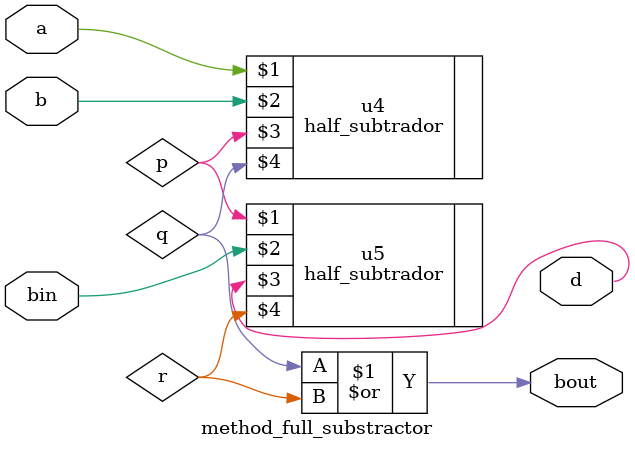
<source format=v>
module method_full_substractor#(parameter N=4)(a,b,bin,d,bout);

	input a,b;
	input bin;
	output d;
	output bout;
	wire q,r;
	wire p;
	
	half_subtrador u4(a,b,p,q);
	half_subtrador u5(p,bin,d,r);
	assign bout = q | r;
	
	
endmodule
</source>
